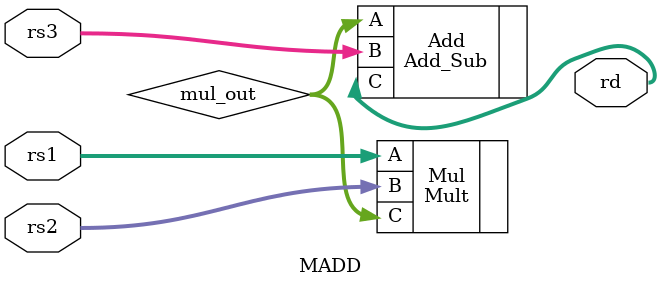
<source format=sv>
module MADD(
    input  logic [15:0]       rs1,
    input  logic [15:0]       rs2,
    input  logic [15:0]       rs3,        
	output logic [15:0]       rd
);


logic [15:0] mul_out;

Mult Mul( 
    .A(rs1), 
    .B(rs2), 
    .C(mul_out)
    );

Add_Sub Add(
    .A(mul_out), 
    .B(rs3), 
    .C(rd)
    );

endmodule 
</source>
